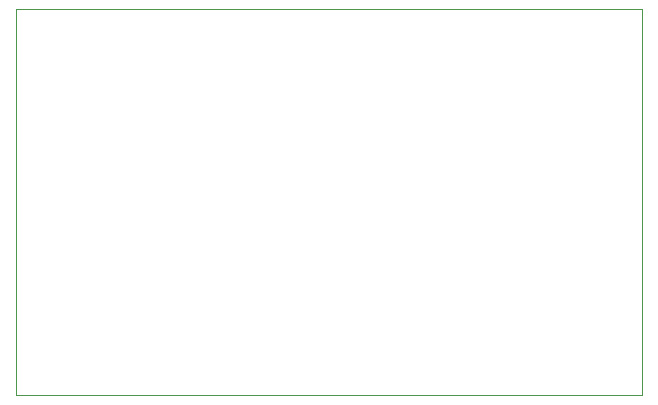
<source format=gm1>
%TF.GenerationSoftware,KiCad,Pcbnew,9.0.2*%
%TF.CreationDate,2025-08-31T01:54:14-04:00*%
%TF.ProjectId,MCU_Datalogger,4d43555f-4461-4746-916c-6f676765722e,1*%
%TF.SameCoordinates,Original*%
%TF.FileFunction,Profile,NP*%
%FSLAX46Y46*%
G04 Gerber Fmt 4.6, Leading zero omitted, Abs format (unit mm)*
G04 Created by KiCad (PCBNEW 9.0.2) date 2025-08-31 01:54:14*
%MOMM*%
%LPD*%
G01*
G04 APERTURE LIST*
%TA.AperFunction,Profile*%
%ADD10C,0.050000*%
%TD*%
G04 APERTURE END LIST*
D10*
X91300000Y-104700000D02*
X144300000Y-104700000D01*
X144300000Y-137350000D01*
X91300000Y-137350000D01*
X91300000Y-104700000D01*
M02*

</source>
